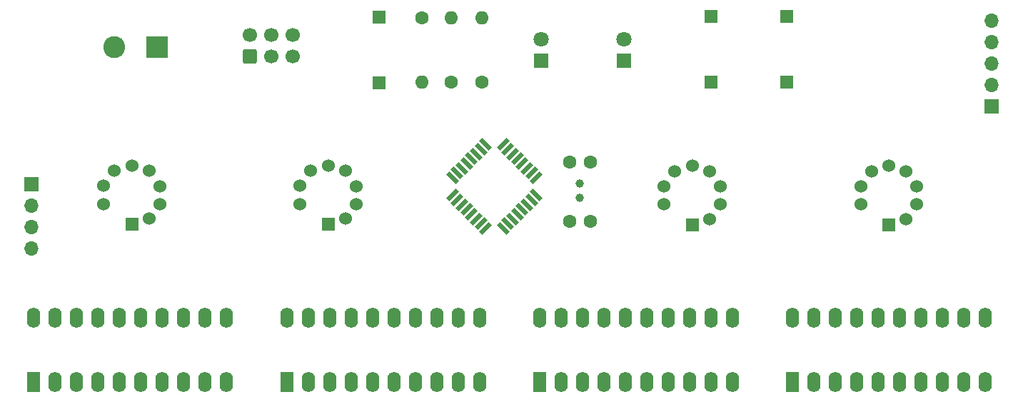
<source format=gbr>
G04 #@! TF.GenerationSoftware,KiCad,Pcbnew,6.0.4-6f826c9f35~116~ubuntu20.04.1*
G04 #@! TF.CreationDate,2022-04-12T09:58:38+02:00*
G04 #@! TF.ProjectId,numitron clock-rotated-numitrons,6e756d69-7472-46f6-9e20-636c6f636b2d,rev?*
G04 #@! TF.SameCoordinates,Original*
G04 #@! TF.FileFunction,Soldermask,Top*
G04 #@! TF.FilePolarity,Negative*
%FSLAX46Y46*%
G04 Gerber Fmt 4.6, Leading zero omitted, Abs format (unit mm)*
G04 Created by KiCad (PCBNEW 6.0.4-6f826c9f35~116~ubuntu20.04.1) date 2022-04-12 09:58:38*
%MOMM*%
%LPD*%
G01*
G04 APERTURE LIST*
G04 Aperture macros list*
%AMRoundRect*
0 Rectangle with rounded corners*
0 $1 Rounding radius*
0 $2 $3 $4 $5 $6 $7 $8 $9 X,Y pos of 4 corners*
0 Add a 4 corners polygon primitive as box body*
4,1,4,$2,$3,$4,$5,$6,$7,$8,$9,$2,$3,0*
0 Add four circle primitives for the rounded corners*
1,1,$1+$1,$2,$3*
1,1,$1+$1,$4,$5*
1,1,$1+$1,$6,$7*
1,1,$1+$1,$8,$9*
0 Add four rect primitives between the rounded corners*
20,1,$1+$1,$2,$3,$4,$5,0*
20,1,$1+$1,$4,$5,$6,$7,0*
20,1,$1+$1,$6,$7,$8,$9,0*
20,1,$1+$1,$8,$9,$2,$3,0*%
%AMRotRect*
0 Rectangle, with rotation*
0 The origin of the aperture is its center*
0 $1 length*
0 $2 width*
0 $3 Rotation angle, in degrees counterclockwise*
0 Add horizontal line*
21,1,$1,$2,0,0,$3*%
G04 Aperture macros list end*
%ADD10R,1.600000X2.400000*%
%ADD11O,1.600000X2.400000*%
%ADD12RotRect,1.600000X0.550000X135.000000*%
%ADD13RotRect,1.600000X0.550000X225.000000*%
%ADD14R,1.524000X1.524000*%
%ADD15C,1.524000*%
%ADD16RoundRect,0.250000X0.600000X-0.600000X0.600000X0.600000X-0.600000X0.600000X-0.600000X-0.600000X0*%
%ADD17C,1.700000*%
%ADD18C,1.600000*%
%ADD19O,1.600000X1.600000*%
%ADD20R,1.700000X1.700000*%
%ADD21O,1.700000X1.700000*%
%ADD22C,1.000000*%
%ADD23R,2.600000X2.600000*%
%ADD24C,2.600000*%
%ADD25R,1.800000X1.800000*%
%ADD26C,1.800000*%
%ADD27R,1.500000X1.500000*%
G04 APERTURE END LIST*
D10*
X133175000Y-127525000D03*
D11*
X135715000Y-127525000D03*
X138255000Y-127525000D03*
X140795000Y-127525000D03*
X143335000Y-127525000D03*
X145875000Y-127525000D03*
X148415000Y-127525000D03*
X150955000Y-127525000D03*
X153495000Y-127525000D03*
X156035000Y-127525000D03*
X156035000Y-119905000D03*
X153495000Y-119905000D03*
X150955000Y-119905000D03*
X148415000Y-119905000D03*
X145875000Y-119905000D03*
X143335000Y-119905000D03*
X140795000Y-119905000D03*
X138255000Y-119905000D03*
X135715000Y-119905000D03*
X133175000Y-119905000D03*
D10*
X103175000Y-127525000D03*
D11*
X105715000Y-127525000D03*
X108255000Y-127525000D03*
X110795000Y-127525000D03*
X113335000Y-127525000D03*
X115875000Y-127525000D03*
X118415000Y-127525000D03*
X120955000Y-127525000D03*
X123495000Y-127525000D03*
X126035000Y-127525000D03*
X126035000Y-119905000D03*
X123495000Y-119905000D03*
X120955000Y-119905000D03*
X118415000Y-119905000D03*
X115875000Y-119905000D03*
X113335000Y-119905000D03*
X110795000Y-119905000D03*
X108255000Y-119905000D03*
X105715000Y-119905000D03*
X103175000Y-119905000D03*
D10*
X193175000Y-127525000D03*
D11*
X195715000Y-127525000D03*
X198255000Y-127525000D03*
X200795000Y-127525000D03*
X203335000Y-127525000D03*
X205875000Y-127525000D03*
X208415000Y-127525000D03*
X210955000Y-127525000D03*
X213495000Y-127525000D03*
X216035000Y-127525000D03*
X216035000Y-119905000D03*
X213495000Y-119905000D03*
X210955000Y-119905000D03*
X208415000Y-119905000D03*
X205875000Y-119905000D03*
X203335000Y-119905000D03*
X200795000Y-119905000D03*
X198255000Y-119905000D03*
X195715000Y-119905000D03*
X193175000Y-119905000D03*
D12*
X158825305Y-109285103D03*
X159390990Y-108719417D03*
X159956676Y-108153732D03*
X160522361Y-107588047D03*
X161088047Y-107022361D03*
X161653732Y-106456676D03*
X162219417Y-105890990D03*
X162785103Y-105325305D03*
D13*
X162785103Y-103274695D03*
X162219417Y-102709010D03*
X161653732Y-102143324D03*
X161088047Y-101577639D03*
X160522361Y-101011953D03*
X159956676Y-100446268D03*
X159390990Y-99880583D03*
X158825305Y-99314897D03*
D12*
X156774695Y-99314897D03*
X156209010Y-99880583D03*
X155643324Y-100446268D03*
X155077639Y-101011953D03*
X154511953Y-101577639D03*
X153946268Y-102143324D03*
X153380583Y-102709010D03*
X152814897Y-103274695D03*
D13*
X152814897Y-105325305D03*
X153380583Y-105890990D03*
X153946268Y-106456676D03*
X154511953Y-107022361D03*
X155077639Y-107588047D03*
X155643324Y-108153732D03*
X156209010Y-108719417D03*
X156774695Y-109285103D03*
D14*
X204560000Y-108835000D03*
D15*
X206620000Y-108175000D03*
X207890000Y-106425000D03*
X207870000Y-104285000D03*
X206640000Y-102475000D03*
X204560000Y-101835000D03*
X202500000Y-102505000D03*
X201230000Y-104255000D03*
X201230000Y-106415000D03*
D14*
X181260000Y-108835000D03*
D15*
X183320000Y-108175000D03*
X184590000Y-106425000D03*
X184570000Y-104285000D03*
X183340000Y-102475000D03*
X181260000Y-101835000D03*
X179200000Y-102505000D03*
X177930000Y-104255000D03*
X177930000Y-106415000D03*
D10*
X163175000Y-127525000D03*
D11*
X165715000Y-127525000D03*
X168255000Y-127525000D03*
X170795000Y-127525000D03*
X173335000Y-127525000D03*
X175875000Y-127525000D03*
X178415000Y-127525000D03*
X180955000Y-127525000D03*
X183495000Y-127525000D03*
X186035000Y-127525000D03*
X186035000Y-119905000D03*
X183495000Y-119905000D03*
X180955000Y-119905000D03*
X178415000Y-119905000D03*
X175875000Y-119905000D03*
X173335000Y-119905000D03*
X170795000Y-119905000D03*
X168255000Y-119905000D03*
X165715000Y-119905000D03*
X163175000Y-119905000D03*
D16*
X128755000Y-88852500D03*
D17*
X128755000Y-86312500D03*
X131295000Y-88852500D03*
X131295000Y-86312500D03*
X133835000Y-88852500D03*
X133835000Y-86312500D03*
D18*
X152705000Y-91910000D03*
D19*
X152705000Y-84290000D03*
D14*
X114800000Y-108800000D03*
D15*
X116860000Y-108140000D03*
X118130000Y-106390000D03*
X118110000Y-104250000D03*
X116880000Y-102440000D03*
X114800000Y-101800000D03*
X112740000Y-102470000D03*
X111470000Y-104220000D03*
X111470000Y-106380000D03*
D18*
X166695000Y-108410000D03*
X169195000Y-108410000D03*
X149180000Y-84290000D03*
D19*
X149180000Y-91910000D03*
D14*
X138080000Y-108800000D03*
D15*
X140140000Y-108140000D03*
X141410000Y-106390000D03*
X141390000Y-104250000D03*
X140160000Y-102440000D03*
X138080000Y-101800000D03*
X136020000Y-102470000D03*
X134750000Y-104220000D03*
X134750000Y-106380000D03*
D18*
X156300000Y-91910000D03*
D19*
X156300000Y-84290000D03*
D20*
X102900000Y-104025000D03*
D21*
X102900000Y-106565000D03*
X102900000Y-109105000D03*
X102900000Y-111645000D03*
D20*
X216800000Y-94775000D03*
D21*
X216800000Y-92235000D03*
X216800000Y-89695000D03*
X216800000Y-87155000D03*
X216800000Y-84615000D03*
D22*
X167945000Y-103965000D03*
X167945000Y-105665000D03*
D23*
X117745000Y-87795000D03*
D24*
X112665000Y-87795000D03*
D25*
X163300000Y-89375000D03*
D26*
X163300000Y-86835000D03*
D25*
X173200000Y-89375000D03*
D26*
X173200000Y-86835000D03*
D27*
X183500000Y-91900000D03*
X183500000Y-84100000D03*
X192500000Y-91900000D03*
X192500000Y-84100000D03*
D18*
X166695000Y-101425000D03*
X169195000Y-101425000D03*
D27*
X144100000Y-84200000D03*
X144100000Y-92000000D03*
M02*

</source>
